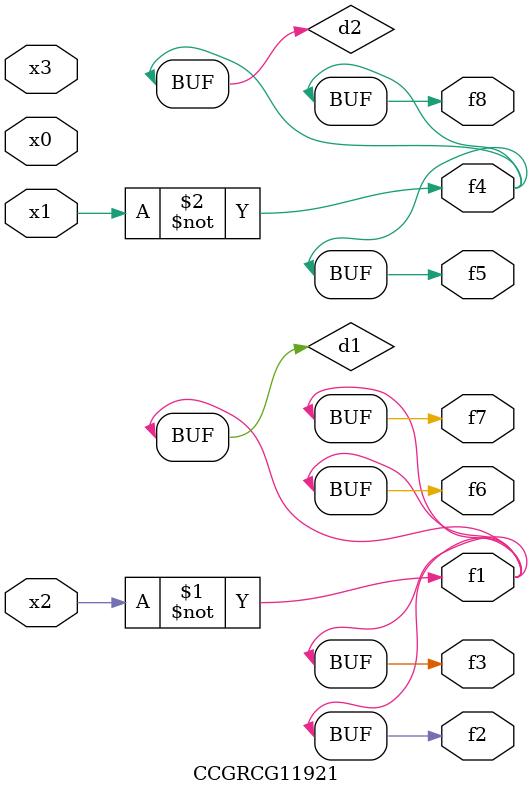
<source format=v>
module CCGRCG11921(
	input x0, x1, x2, x3,
	output f1, f2, f3, f4, f5, f6, f7, f8
);

	wire d1, d2;

	xnor (d1, x2);
	not (d2, x1);
	assign f1 = d1;
	assign f2 = d1;
	assign f3 = d1;
	assign f4 = d2;
	assign f5 = d2;
	assign f6 = d1;
	assign f7 = d1;
	assign f8 = d2;
endmodule

</source>
